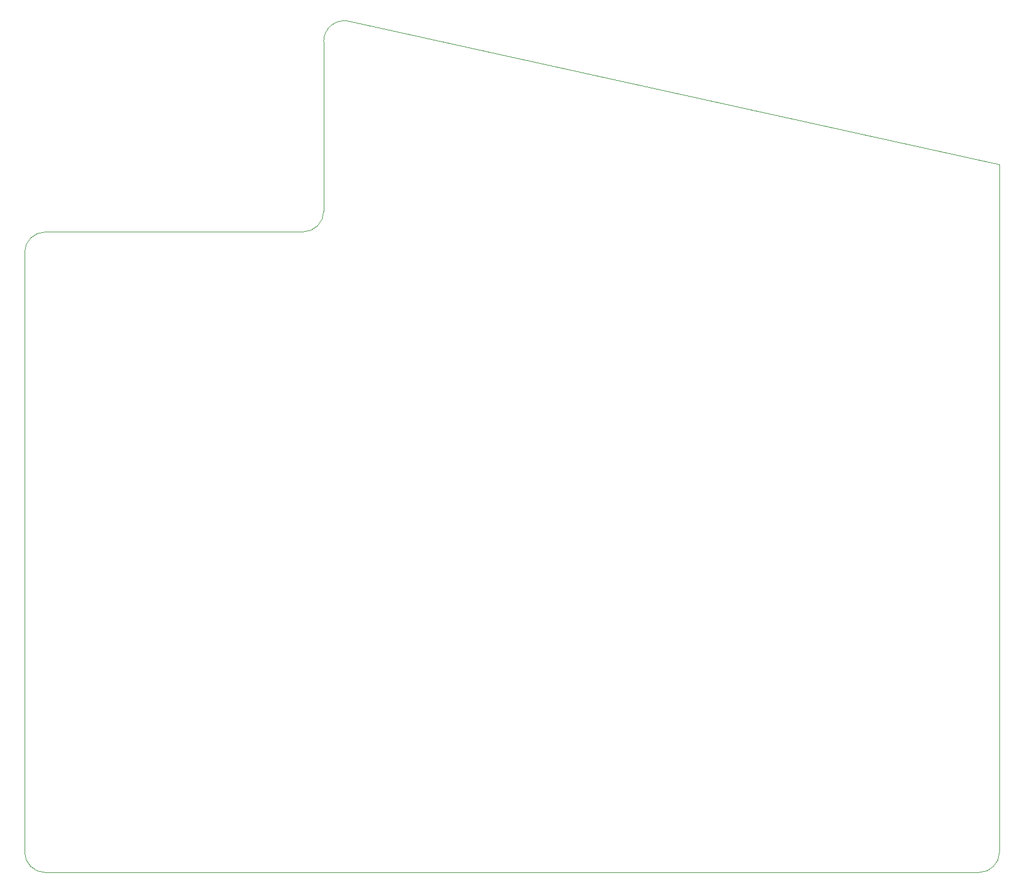
<source format=gbr>
%TF.GenerationSoftware,KiCad,Pcbnew,9.0.3*%
%TF.CreationDate,2026-01-07T19:03:45+01:00*%
%TF.ProjectId,Learning_Numbers,4c656172-6e69-46e6-975f-4e756d626572,rev?*%
%TF.SameCoordinates,Original*%
%TF.FileFunction,Profile,NP*%
%FSLAX46Y46*%
G04 Gerber Fmt 4.6, Leading zero omitted, Abs format (unit mm)*
G04 Created by KiCad (PCBNEW 9.0.3) date 2026-01-07 19:03:45*
%MOMM*%
%LPD*%
G01*
G04 APERTURE LIST*
%TA.AperFunction,Profile*%
%ADD10C,0.050000*%
%TD*%
G04 APERTURE END LIST*
D10*
X193000000Y-159000000D02*
G75*
G02*
X190000000Y-162000000I-3000000J0D01*
G01*
X55000000Y-162000000D02*
G75*
G02*
X52000000Y-159000000I0J3000000D01*
G01*
X52000000Y-72300000D02*
G75*
G02*
X55000000Y-69300000I3000000J0D01*
G01*
X95250000Y-66300000D02*
G75*
G02*
X92250000Y-69300000I-3000000J0D01*
G01*
X95250000Y-41732674D02*
G75*
G02*
X98895295Y-38802923I3000000J-26D01*
G01*
X193000000Y-59530000D02*
X193000000Y-159000000D01*
X55000000Y-69300000D02*
X92250000Y-69300000D01*
X95250000Y-66300000D02*
X95250000Y-41732674D01*
X52000000Y-159000000D02*
X52000000Y-72300000D01*
X98895300Y-38802898D02*
X193000000Y-59530000D01*
X190000000Y-162000000D02*
X55000000Y-162000000D01*
M02*

</source>
